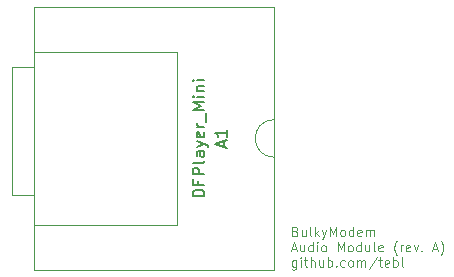
<source format=gto>
G04 #@! TF.GenerationSoftware,KiCad,Pcbnew,8.0.2*
G04 #@! TF.CreationDate,2024-05-19T16:48:41+02:00*
G04 #@! TF.ProjectId,BulkyModem Module Audio,42756c6b-794d-46f6-9465-6d204d6f6475,rev?*
G04 #@! TF.SameCoordinates,Original*
G04 #@! TF.FileFunction,Legend,Top*
G04 #@! TF.FilePolarity,Positive*
%FSLAX46Y46*%
G04 Gerber Fmt 4.6, Leading zero omitted, Abs format (unit mm)*
G04 Created by KiCad (PCBNEW 8.0.2) date 2024-05-19 16:48:41*
%MOMM*%
%LPD*%
G01*
G04 APERTURE LIST*
%ADD10C,0.100000*%
%ADD11C,0.150000*%
%ADD12C,0.120000*%
G04 APERTURE END LIST*
D10*
X143517931Y-122141892D02*
X143632217Y-122179987D01*
X143632217Y-122179987D02*
X143670312Y-122218083D01*
X143670312Y-122218083D02*
X143708408Y-122294273D01*
X143708408Y-122294273D02*
X143708408Y-122408559D01*
X143708408Y-122408559D02*
X143670312Y-122484749D01*
X143670312Y-122484749D02*
X143632217Y-122522845D01*
X143632217Y-122522845D02*
X143556027Y-122560940D01*
X143556027Y-122560940D02*
X143251265Y-122560940D01*
X143251265Y-122560940D02*
X143251265Y-121760940D01*
X143251265Y-121760940D02*
X143517931Y-121760940D01*
X143517931Y-121760940D02*
X143594122Y-121799035D01*
X143594122Y-121799035D02*
X143632217Y-121837130D01*
X143632217Y-121837130D02*
X143670312Y-121913321D01*
X143670312Y-121913321D02*
X143670312Y-121989511D01*
X143670312Y-121989511D02*
X143632217Y-122065702D01*
X143632217Y-122065702D02*
X143594122Y-122103797D01*
X143594122Y-122103797D02*
X143517931Y-122141892D01*
X143517931Y-122141892D02*
X143251265Y-122141892D01*
X144394122Y-122027606D02*
X144394122Y-122560940D01*
X144051265Y-122027606D02*
X144051265Y-122446654D01*
X144051265Y-122446654D02*
X144089360Y-122522845D01*
X144089360Y-122522845D02*
X144165550Y-122560940D01*
X144165550Y-122560940D02*
X144279836Y-122560940D01*
X144279836Y-122560940D02*
X144356027Y-122522845D01*
X144356027Y-122522845D02*
X144394122Y-122484749D01*
X144889360Y-122560940D02*
X144813170Y-122522845D01*
X144813170Y-122522845D02*
X144775075Y-122446654D01*
X144775075Y-122446654D02*
X144775075Y-121760940D01*
X145194123Y-122560940D02*
X145194123Y-121760940D01*
X145270313Y-122256178D02*
X145498885Y-122560940D01*
X145498885Y-122027606D02*
X145194123Y-122332368D01*
X145765551Y-122027606D02*
X145956027Y-122560940D01*
X146146504Y-122027606D02*
X145956027Y-122560940D01*
X145956027Y-122560940D02*
X145879837Y-122751416D01*
X145879837Y-122751416D02*
X145841742Y-122789511D01*
X145841742Y-122789511D02*
X145765551Y-122827606D01*
X146451266Y-122560940D02*
X146451266Y-121760940D01*
X146451266Y-121760940D02*
X146717932Y-122332368D01*
X146717932Y-122332368D02*
X146984599Y-121760940D01*
X146984599Y-121760940D02*
X146984599Y-122560940D01*
X147479837Y-122560940D02*
X147403647Y-122522845D01*
X147403647Y-122522845D02*
X147365552Y-122484749D01*
X147365552Y-122484749D02*
X147327456Y-122408559D01*
X147327456Y-122408559D02*
X147327456Y-122179987D01*
X147327456Y-122179987D02*
X147365552Y-122103797D01*
X147365552Y-122103797D02*
X147403647Y-122065702D01*
X147403647Y-122065702D02*
X147479837Y-122027606D01*
X147479837Y-122027606D02*
X147594123Y-122027606D01*
X147594123Y-122027606D02*
X147670314Y-122065702D01*
X147670314Y-122065702D02*
X147708409Y-122103797D01*
X147708409Y-122103797D02*
X147746504Y-122179987D01*
X147746504Y-122179987D02*
X147746504Y-122408559D01*
X147746504Y-122408559D02*
X147708409Y-122484749D01*
X147708409Y-122484749D02*
X147670314Y-122522845D01*
X147670314Y-122522845D02*
X147594123Y-122560940D01*
X147594123Y-122560940D02*
X147479837Y-122560940D01*
X148432219Y-122560940D02*
X148432219Y-121760940D01*
X148432219Y-122522845D02*
X148356028Y-122560940D01*
X148356028Y-122560940D02*
X148203647Y-122560940D01*
X148203647Y-122560940D02*
X148127457Y-122522845D01*
X148127457Y-122522845D02*
X148089362Y-122484749D01*
X148089362Y-122484749D02*
X148051266Y-122408559D01*
X148051266Y-122408559D02*
X148051266Y-122179987D01*
X148051266Y-122179987D02*
X148089362Y-122103797D01*
X148089362Y-122103797D02*
X148127457Y-122065702D01*
X148127457Y-122065702D02*
X148203647Y-122027606D01*
X148203647Y-122027606D02*
X148356028Y-122027606D01*
X148356028Y-122027606D02*
X148432219Y-122065702D01*
X149117934Y-122522845D02*
X149041743Y-122560940D01*
X149041743Y-122560940D02*
X148889362Y-122560940D01*
X148889362Y-122560940D02*
X148813172Y-122522845D01*
X148813172Y-122522845D02*
X148775076Y-122446654D01*
X148775076Y-122446654D02*
X148775076Y-122141892D01*
X148775076Y-122141892D02*
X148813172Y-122065702D01*
X148813172Y-122065702D02*
X148889362Y-122027606D01*
X148889362Y-122027606D02*
X149041743Y-122027606D01*
X149041743Y-122027606D02*
X149117934Y-122065702D01*
X149117934Y-122065702D02*
X149156029Y-122141892D01*
X149156029Y-122141892D02*
X149156029Y-122218083D01*
X149156029Y-122218083D02*
X148775076Y-122294273D01*
X149498886Y-122560940D02*
X149498886Y-122027606D01*
X149498886Y-122103797D02*
X149536981Y-122065702D01*
X149536981Y-122065702D02*
X149613171Y-122027606D01*
X149613171Y-122027606D02*
X149727457Y-122027606D01*
X149727457Y-122027606D02*
X149803648Y-122065702D01*
X149803648Y-122065702D02*
X149841743Y-122141892D01*
X149841743Y-122141892D02*
X149841743Y-122560940D01*
X149841743Y-122141892D02*
X149879838Y-122065702D01*
X149879838Y-122065702D02*
X149956029Y-122027606D01*
X149956029Y-122027606D02*
X150070314Y-122027606D01*
X150070314Y-122027606D02*
X150146505Y-122065702D01*
X150146505Y-122065702D02*
X150184600Y-122141892D01*
X150184600Y-122141892D02*
X150184600Y-122560940D01*
X143213169Y-123620323D02*
X143594122Y-123620323D01*
X143136979Y-123848895D02*
X143403646Y-123048895D01*
X143403646Y-123048895D02*
X143670312Y-123848895D01*
X144279836Y-123315561D02*
X144279836Y-123848895D01*
X143936979Y-123315561D02*
X143936979Y-123734609D01*
X143936979Y-123734609D02*
X143975074Y-123810800D01*
X143975074Y-123810800D02*
X144051264Y-123848895D01*
X144051264Y-123848895D02*
X144165550Y-123848895D01*
X144165550Y-123848895D02*
X144241741Y-123810800D01*
X144241741Y-123810800D02*
X144279836Y-123772704D01*
X145003646Y-123848895D02*
X145003646Y-123048895D01*
X145003646Y-123810800D02*
X144927455Y-123848895D01*
X144927455Y-123848895D02*
X144775074Y-123848895D01*
X144775074Y-123848895D02*
X144698884Y-123810800D01*
X144698884Y-123810800D02*
X144660789Y-123772704D01*
X144660789Y-123772704D02*
X144622693Y-123696514D01*
X144622693Y-123696514D02*
X144622693Y-123467942D01*
X144622693Y-123467942D02*
X144660789Y-123391752D01*
X144660789Y-123391752D02*
X144698884Y-123353657D01*
X144698884Y-123353657D02*
X144775074Y-123315561D01*
X144775074Y-123315561D02*
X144927455Y-123315561D01*
X144927455Y-123315561D02*
X145003646Y-123353657D01*
X145384599Y-123848895D02*
X145384599Y-123315561D01*
X145384599Y-123048895D02*
X145346503Y-123086990D01*
X145346503Y-123086990D02*
X145384599Y-123125085D01*
X145384599Y-123125085D02*
X145422694Y-123086990D01*
X145422694Y-123086990D02*
X145384599Y-123048895D01*
X145384599Y-123048895D02*
X145384599Y-123125085D01*
X145879836Y-123848895D02*
X145803646Y-123810800D01*
X145803646Y-123810800D02*
X145765551Y-123772704D01*
X145765551Y-123772704D02*
X145727455Y-123696514D01*
X145727455Y-123696514D02*
X145727455Y-123467942D01*
X145727455Y-123467942D02*
X145765551Y-123391752D01*
X145765551Y-123391752D02*
X145803646Y-123353657D01*
X145803646Y-123353657D02*
X145879836Y-123315561D01*
X145879836Y-123315561D02*
X145994122Y-123315561D01*
X145994122Y-123315561D02*
X146070313Y-123353657D01*
X146070313Y-123353657D02*
X146108408Y-123391752D01*
X146108408Y-123391752D02*
X146146503Y-123467942D01*
X146146503Y-123467942D02*
X146146503Y-123696514D01*
X146146503Y-123696514D02*
X146108408Y-123772704D01*
X146108408Y-123772704D02*
X146070313Y-123810800D01*
X146070313Y-123810800D02*
X145994122Y-123848895D01*
X145994122Y-123848895D02*
X145879836Y-123848895D01*
X147098885Y-123848895D02*
X147098885Y-123048895D01*
X147098885Y-123048895D02*
X147365551Y-123620323D01*
X147365551Y-123620323D02*
X147632218Y-123048895D01*
X147632218Y-123048895D02*
X147632218Y-123848895D01*
X148127456Y-123848895D02*
X148051266Y-123810800D01*
X148051266Y-123810800D02*
X148013171Y-123772704D01*
X148013171Y-123772704D02*
X147975075Y-123696514D01*
X147975075Y-123696514D02*
X147975075Y-123467942D01*
X147975075Y-123467942D02*
X148013171Y-123391752D01*
X148013171Y-123391752D02*
X148051266Y-123353657D01*
X148051266Y-123353657D02*
X148127456Y-123315561D01*
X148127456Y-123315561D02*
X148241742Y-123315561D01*
X148241742Y-123315561D02*
X148317933Y-123353657D01*
X148317933Y-123353657D02*
X148356028Y-123391752D01*
X148356028Y-123391752D02*
X148394123Y-123467942D01*
X148394123Y-123467942D02*
X148394123Y-123696514D01*
X148394123Y-123696514D02*
X148356028Y-123772704D01*
X148356028Y-123772704D02*
X148317933Y-123810800D01*
X148317933Y-123810800D02*
X148241742Y-123848895D01*
X148241742Y-123848895D02*
X148127456Y-123848895D01*
X149079838Y-123848895D02*
X149079838Y-123048895D01*
X149079838Y-123810800D02*
X149003647Y-123848895D01*
X149003647Y-123848895D02*
X148851266Y-123848895D01*
X148851266Y-123848895D02*
X148775076Y-123810800D01*
X148775076Y-123810800D02*
X148736981Y-123772704D01*
X148736981Y-123772704D02*
X148698885Y-123696514D01*
X148698885Y-123696514D02*
X148698885Y-123467942D01*
X148698885Y-123467942D02*
X148736981Y-123391752D01*
X148736981Y-123391752D02*
X148775076Y-123353657D01*
X148775076Y-123353657D02*
X148851266Y-123315561D01*
X148851266Y-123315561D02*
X149003647Y-123315561D01*
X149003647Y-123315561D02*
X149079838Y-123353657D01*
X149803648Y-123315561D02*
X149803648Y-123848895D01*
X149460791Y-123315561D02*
X149460791Y-123734609D01*
X149460791Y-123734609D02*
X149498886Y-123810800D01*
X149498886Y-123810800D02*
X149575076Y-123848895D01*
X149575076Y-123848895D02*
X149689362Y-123848895D01*
X149689362Y-123848895D02*
X149765553Y-123810800D01*
X149765553Y-123810800D02*
X149803648Y-123772704D01*
X150298886Y-123848895D02*
X150222696Y-123810800D01*
X150222696Y-123810800D02*
X150184601Y-123734609D01*
X150184601Y-123734609D02*
X150184601Y-123048895D01*
X150908411Y-123810800D02*
X150832220Y-123848895D01*
X150832220Y-123848895D02*
X150679839Y-123848895D01*
X150679839Y-123848895D02*
X150603649Y-123810800D01*
X150603649Y-123810800D02*
X150565553Y-123734609D01*
X150565553Y-123734609D02*
X150565553Y-123429847D01*
X150565553Y-123429847D02*
X150603649Y-123353657D01*
X150603649Y-123353657D02*
X150679839Y-123315561D01*
X150679839Y-123315561D02*
X150832220Y-123315561D01*
X150832220Y-123315561D02*
X150908411Y-123353657D01*
X150908411Y-123353657D02*
X150946506Y-123429847D01*
X150946506Y-123429847D02*
X150946506Y-123506038D01*
X150946506Y-123506038D02*
X150565553Y-123582228D01*
X152127458Y-124153657D02*
X152089363Y-124115561D01*
X152089363Y-124115561D02*
X152013172Y-124001276D01*
X152013172Y-124001276D02*
X151975077Y-123925085D01*
X151975077Y-123925085D02*
X151936982Y-123810800D01*
X151936982Y-123810800D02*
X151898887Y-123620323D01*
X151898887Y-123620323D02*
X151898887Y-123467942D01*
X151898887Y-123467942D02*
X151936982Y-123277466D01*
X151936982Y-123277466D02*
X151975077Y-123163180D01*
X151975077Y-123163180D02*
X152013172Y-123086990D01*
X152013172Y-123086990D02*
X152089363Y-122972704D01*
X152089363Y-122972704D02*
X152127458Y-122934609D01*
X152432220Y-123848895D02*
X152432220Y-123315561D01*
X152432220Y-123467942D02*
X152470315Y-123391752D01*
X152470315Y-123391752D02*
X152508410Y-123353657D01*
X152508410Y-123353657D02*
X152584601Y-123315561D01*
X152584601Y-123315561D02*
X152660791Y-123315561D01*
X153232220Y-123810800D02*
X153156029Y-123848895D01*
X153156029Y-123848895D02*
X153003648Y-123848895D01*
X153003648Y-123848895D02*
X152927458Y-123810800D01*
X152927458Y-123810800D02*
X152889362Y-123734609D01*
X152889362Y-123734609D02*
X152889362Y-123429847D01*
X152889362Y-123429847D02*
X152927458Y-123353657D01*
X152927458Y-123353657D02*
X153003648Y-123315561D01*
X153003648Y-123315561D02*
X153156029Y-123315561D01*
X153156029Y-123315561D02*
X153232220Y-123353657D01*
X153232220Y-123353657D02*
X153270315Y-123429847D01*
X153270315Y-123429847D02*
X153270315Y-123506038D01*
X153270315Y-123506038D02*
X152889362Y-123582228D01*
X153536981Y-123315561D02*
X153727457Y-123848895D01*
X153727457Y-123848895D02*
X153917934Y-123315561D01*
X154222696Y-123772704D02*
X154260791Y-123810800D01*
X154260791Y-123810800D02*
X154222696Y-123848895D01*
X154222696Y-123848895D02*
X154184600Y-123810800D01*
X154184600Y-123810800D02*
X154222696Y-123772704D01*
X154222696Y-123772704D02*
X154222696Y-123848895D01*
X155175076Y-123620323D02*
X155556029Y-123620323D01*
X155098886Y-123848895D02*
X155365553Y-123048895D01*
X155365553Y-123048895D02*
X155632219Y-123848895D01*
X155822695Y-124153657D02*
X155860790Y-124115561D01*
X155860790Y-124115561D02*
X155936981Y-124001276D01*
X155936981Y-124001276D02*
X155975076Y-123925085D01*
X155975076Y-123925085D02*
X156013171Y-123810800D01*
X156013171Y-123810800D02*
X156051267Y-123620323D01*
X156051267Y-123620323D02*
X156051267Y-123467942D01*
X156051267Y-123467942D02*
X156013171Y-123277466D01*
X156013171Y-123277466D02*
X155975076Y-123163180D01*
X155975076Y-123163180D02*
X155936981Y-123086990D01*
X155936981Y-123086990D02*
X155860790Y-122972704D01*
X155860790Y-122972704D02*
X155822695Y-122934609D01*
X143594122Y-124603516D02*
X143594122Y-125251135D01*
X143594122Y-125251135D02*
X143556027Y-125327326D01*
X143556027Y-125327326D02*
X143517931Y-125365421D01*
X143517931Y-125365421D02*
X143441741Y-125403516D01*
X143441741Y-125403516D02*
X143327455Y-125403516D01*
X143327455Y-125403516D02*
X143251265Y-125365421D01*
X143594122Y-125098755D02*
X143517931Y-125136850D01*
X143517931Y-125136850D02*
X143365550Y-125136850D01*
X143365550Y-125136850D02*
X143289360Y-125098755D01*
X143289360Y-125098755D02*
X143251265Y-125060659D01*
X143251265Y-125060659D02*
X143213169Y-124984469D01*
X143213169Y-124984469D02*
X143213169Y-124755897D01*
X143213169Y-124755897D02*
X143251265Y-124679707D01*
X143251265Y-124679707D02*
X143289360Y-124641612D01*
X143289360Y-124641612D02*
X143365550Y-124603516D01*
X143365550Y-124603516D02*
X143517931Y-124603516D01*
X143517931Y-124603516D02*
X143594122Y-124641612D01*
X143975075Y-125136850D02*
X143975075Y-124603516D01*
X143975075Y-124336850D02*
X143936979Y-124374945D01*
X143936979Y-124374945D02*
X143975075Y-124413040D01*
X143975075Y-124413040D02*
X144013170Y-124374945D01*
X144013170Y-124374945D02*
X143975075Y-124336850D01*
X143975075Y-124336850D02*
X143975075Y-124413040D01*
X144241741Y-124603516D02*
X144546503Y-124603516D01*
X144356027Y-124336850D02*
X144356027Y-125022564D01*
X144356027Y-125022564D02*
X144394122Y-125098755D01*
X144394122Y-125098755D02*
X144470312Y-125136850D01*
X144470312Y-125136850D02*
X144546503Y-125136850D01*
X144813170Y-125136850D02*
X144813170Y-124336850D01*
X145156027Y-125136850D02*
X145156027Y-124717802D01*
X145156027Y-124717802D02*
X145117932Y-124641612D01*
X145117932Y-124641612D02*
X145041741Y-124603516D01*
X145041741Y-124603516D02*
X144927455Y-124603516D01*
X144927455Y-124603516D02*
X144851265Y-124641612D01*
X144851265Y-124641612D02*
X144813170Y-124679707D01*
X145879837Y-124603516D02*
X145879837Y-125136850D01*
X145536980Y-124603516D02*
X145536980Y-125022564D01*
X145536980Y-125022564D02*
X145575075Y-125098755D01*
X145575075Y-125098755D02*
X145651265Y-125136850D01*
X145651265Y-125136850D02*
X145765551Y-125136850D01*
X145765551Y-125136850D02*
X145841742Y-125098755D01*
X145841742Y-125098755D02*
X145879837Y-125060659D01*
X146260790Y-125136850D02*
X146260790Y-124336850D01*
X146260790Y-124641612D02*
X146336980Y-124603516D01*
X146336980Y-124603516D02*
X146489361Y-124603516D01*
X146489361Y-124603516D02*
X146565552Y-124641612D01*
X146565552Y-124641612D02*
X146603647Y-124679707D01*
X146603647Y-124679707D02*
X146641742Y-124755897D01*
X146641742Y-124755897D02*
X146641742Y-124984469D01*
X146641742Y-124984469D02*
X146603647Y-125060659D01*
X146603647Y-125060659D02*
X146565552Y-125098755D01*
X146565552Y-125098755D02*
X146489361Y-125136850D01*
X146489361Y-125136850D02*
X146336980Y-125136850D01*
X146336980Y-125136850D02*
X146260790Y-125098755D01*
X146984600Y-125060659D02*
X147022695Y-125098755D01*
X147022695Y-125098755D02*
X146984600Y-125136850D01*
X146984600Y-125136850D02*
X146946504Y-125098755D01*
X146946504Y-125098755D02*
X146984600Y-125060659D01*
X146984600Y-125060659D02*
X146984600Y-125136850D01*
X147708409Y-125098755D02*
X147632218Y-125136850D01*
X147632218Y-125136850D02*
X147479837Y-125136850D01*
X147479837Y-125136850D02*
X147403647Y-125098755D01*
X147403647Y-125098755D02*
X147365552Y-125060659D01*
X147365552Y-125060659D02*
X147327456Y-124984469D01*
X147327456Y-124984469D02*
X147327456Y-124755897D01*
X147327456Y-124755897D02*
X147365552Y-124679707D01*
X147365552Y-124679707D02*
X147403647Y-124641612D01*
X147403647Y-124641612D02*
X147479837Y-124603516D01*
X147479837Y-124603516D02*
X147632218Y-124603516D01*
X147632218Y-124603516D02*
X147708409Y-124641612D01*
X148165551Y-125136850D02*
X148089361Y-125098755D01*
X148089361Y-125098755D02*
X148051266Y-125060659D01*
X148051266Y-125060659D02*
X148013170Y-124984469D01*
X148013170Y-124984469D02*
X148013170Y-124755897D01*
X148013170Y-124755897D02*
X148051266Y-124679707D01*
X148051266Y-124679707D02*
X148089361Y-124641612D01*
X148089361Y-124641612D02*
X148165551Y-124603516D01*
X148165551Y-124603516D02*
X148279837Y-124603516D01*
X148279837Y-124603516D02*
X148356028Y-124641612D01*
X148356028Y-124641612D02*
X148394123Y-124679707D01*
X148394123Y-124679707D02*
X148432218Y-124755897D01*
X148432218Y-124755897D02*
X148432218Y-124984469D01*
X148432218Y-124984469D02*
X148394123Y-125060659D01*
X148394123Y-125060659D02*
X148356028Y-125098755D01*
X148356028Y-125098755D02*
X148279837Y-125136850D01*
X148279837Y-125136850D02*
X148165551Y-125136850D01*
X148775076Y-125136850D02*
X148775076Y-124603516D01*
X148775076Y-124679707D02*
X148813171Y-124641612D01*
X148813171Y-124641612D02*
X148889361Y-124603516D01*
X148889361Y-124603516D02*
X149003647Y-124603516D01*
X149003647Y-124603516D02*
X149079838Y-124641612D01*
X149079838Y-124641612D02*
X149117933Y-124717802D01*
X149117933Y-124717802D02*
X149117933Y-125136850D01*
X149117933Y-124717802D02*
X149156028Y-124641612D01*
X149156028Y-124641612D02*
X149232219Y-124603516D01*
X149232219Y-124603516D02*
X149346504Y-124603516D01*
X149346504Y-124603516D02*
X149422695Y-124641612D01*
X149422695Y-124641612D02*
X149460790Y-124717802D01*
X149460790Y-124717802D02*
X149460790Y-125136850D01*
X150413171Y-124298755D02*
X149727457Y-125327326D01*
X150565552Y-124603516D02*
X150870314Y-124603516D01*
X150679838Y-124336850D02*
X150679838Y-125022564D01*
X150679838Y-125022564D02*
X150717933Y-125098755D01*
X150717933Y-125098755D02*
X150794123Y-125136850D01*
X150794123Y-125136850D02*
X150870314Y-125136850D01*
X151441743Y-125098755D02*
X151365552Y-125136850D01*
X151365552Y-125136850D02*
X151213171Y-125136850D01*
X151213171Y-125136850D02*
X151136981Y-125098755D01*
X151136981Y-125098755D02*
X151098885Y-125022564D01*
X151098885Y-125022564D02*
X151098885Y-124717802D01*
X151098885Y-124717802D02*
X151136981Y-124641612D01*
X151136981Y-124641612D02*
X151213171Y-124603516D01*
X151213171Y-124603516D02*
X151365552Y-124603516D01*
X151365552Y-124603516D02*
X151441743Y-124641612D01*
X151441743Y-124641612D02*
X151479838Y-124717802D01*
X151479838Y-124717802D02*
X151479838Y-124793993D01*
X151479838Y-124793993D02*
X151098885Y-124870183D01*
X151822695Y-125136850D02*
X151822695Y-124336850D01*
X151822695Y-124641612D02*
X151898885Y-124603516D01*
X151898885Y-124603516D02*
X152051266Y-124603516D01*
X152051266Y-124603516D02*
X152127457Y-124641612D01*
X152127457Y-124641612D02*
X152165552Y-124679707D01*
X152165552Y-124679707D02*
X152203647Y-124755897D01*
X152203647Y-124755897D02*
X152203647Y-124984469D01*
X152203647Y-124984469D02*
X152165552Y-125060659D01*
X152165552Y-125060659D02*
X152127457Y-125098755D01*
X152127457Y-125098755D02*
X152051266Y-125136850D01*
X152051266Y-125136850D02*
X151898885Y-125136850D01*
X151898885Y-125136850D02*
X151822695Y-125098755D01*
X152660790Y-125136850D02*
X152584600Y-125098755D01*
X152584600Y-125098755D02*
X152546505Y-125022564D01*
X152546505Y-125022564D02*
X152546505Y-124336850D01*
D11*
X137449104Y-114990785D02*
X137449104Y-114514595D01*
X137734819Y-115086023D02*
X136734819Y-114752690D01*
X136734819Y-114752690D02*
X137734819Y-114419357D01*
X137734819Y-113562214D02*
X137734819Y-114133642D01*
X137734819Y-113847928D02*
X136734819Y-113847928D01*
X136734819Y-113847928D02*
X136877676Y-113943166D01*
X136877676Y-113943166D02*
X136972914Y-114038404D01*
X136972914Y-114038404D02*
X137020533Y-114133642D01*
X135829819Y-119181261D02*
X134829819Y-119181261D01*
X134829819Y-119181261D02*
X134829819Y-118943166D01*
X134829819Y-118943166D02*
X134877438Y-118800309D01*
X134877438Y-118800309D02*
X134972676Y-118705071D01*
X134972676Y-118705071D02*
X135067914Y-118657452D01*
X135067914Y-118657452D02*
X135258390Y-118609833D01*
X135258390Y-118609833D02*
X135401247Y-118609833D01*
X135401247Y-118609833D02*
X135591723Y-118657452D01*
X135591723Y-118657452D02*
X135686961Y-118705071D01*
X135686961Y-118705071D02*
X135782200Y-118800309D01*
X135782200Y-118800309D02*
X135829819Y-118943166D01*
X135829819Y-118943166D02*
X135829819Y-119181261D01*
X135306009Y-117847928D02*
X135306009Y-118181261D01*
X135829819Y-118181261D02*
X134829819Y-118181261D01*
X134829819Y-118181261D02*
X134829819Y-117705071D01*
X135829819Y-117324118D02*
X134829819Y-117324118D01*
X134829819Y-117324118D02*
X134829819Y-116943166D01*
X134829819Y-116943166D02*
X134877438Y-116847928D01*
X134877438Y-116847928D02*
X134925057Y-116800309D01*
X134925057Y-116800309D02*
X135020295Y-116752690D01*
X135020295Y-116752690D02*
X135163152Y-116752690D01*
X135163152Y-116752690D02*
X135258390Y-116800309D01*
X135258390Y-116800309D02*
X135306009Y-116847928D01*
X135306009Y-116847928D02*
X135353628Y-116943166D01*
X135353628Y-116943166D02*
X135353628Y-117324118D01*
X135829819Y-116181261D02*
X135782200Y-116276499D01*
X135782200Y-116276499D02*
X135686961Y-116324118D01*
X135686961Y-116324118D02*
X134829819Y-116324118D01*
X135829819Y-115371737D02*
X135306009Y-115371737D01*
X135306009Y-115371737D02*
X135210771Y-115419356D01*
X135210771Y-115419356D02*
X135163152Y-115514594D01*
X135163152Y-115514594D02*
X135163152Y-115705070D01*
X135163152Y-115705070D02*
X135210771Y-115800308D01*
X135782200Y-115371737D02*
X135829819Y-115466975D01*
X135829819Y-115466975D02*
X135829819Y-115705070D01*
X135829819Y-115705070D02*
X135782200Y-115800308D01*
X135782200Y-115800308D02*
X135686961Y-115847927D01*
X135686961Y-115847927D02*
X135591723Y-115847927D01*
X135591723Y-115847927D02*
X135496485Y-115800308D01*
X135496485Y-115800308D02*
X135448866Y-115705070D01*
X135448866Y-115705070D02*
X135448866Y-115466975D01*
X135448866Y-115466975D02*
X135401247Y-115371737D01*
X135163152Y-114990784D02*
X135829819Y-114752689D01*
X135163152Y-114514594D02*
X135829819Y-114752689D01*
X135829819Y-114752689D02*
X136067914Y-114847927D01*
X136067914Y-114847927D02*
X136115533Y-114895546D01*
X136115533Y-114895546D02*
X136163152Y-114990784D01*
X135782200Y-113752689D02*
X135829819Y-113847927D01*
X135829819Y-113847927D02*
X135829819Y-114038403D01*
X135829819Y-114038403D02*
X135782200Y-114133641D01*
X135782200Y-114133641D02*
X135686961Y-114181260D01*
X135686961Y-114181260D02*
X135306009Y-114181260D01*
X135306009Y-114181260D02*
X135210771Y-114133641D01*
X135210771Y-114133641D02*
X135163152Y-114038403D01*
X135163152Y-114038403D02*
X135163152Y-113847927D01*
X135163152Y-113847927D02*
X135210771Y-113752689D01*
X135210771Y-113752689D02*
X135306009Y-113705070D01*
X135306009Y-113705070D02*
X135401247Y-113705070D01*
X135401247Y-113705070D02*
X135496485Y-114181260D01*
X135829819Y-113276498D02*
X135163152Y-113276498D01*
X135353628Y-113276498D02*
X135258390Y-113228879D01*
X135258390Y-113228879D02*
X135210771Y-113181260D01*
X135210771Y-113181260D02*
X135163152Y-113086022D01*
X135163152Y-113086022D02*
X135163152Y-112990784D01*
X135925057Y-112895546D02*
X135925057Y-112133641D01*
X135829819Y-111895545D02*
X134829819Y-111895545D01*
X134829819Y-111895545D02*
X135544104Y-111562212D01*
X135544104Y-111562212D02*
X134829819Y-111228879D01*
X134829819Y-111228879D02*
X135829819Y-111228879D01*
X135829819Y-110752688D02*
X135163152Y-110752688D01*
X134829819Y-110752688D02*
X134877438Y-110800307D01*
X134877438Y-110800307D02*
X134925057Y-110752688D01*
X134925057Y-110752688D02*
X134877438Y-110705069D01*
X134877438Y-110705069D02*
X134829819Y-110752688D01*
X134829819Y-110752688D02*
X134925057Y-110752688D01*
X135163152Y-110276498D02*
X135829819Y-110276498D01*
X135258390Y-110276498D02*
X135210771Y-110228879D01*
X135210771Y-110228879D02*
X135163152Y-110133641D01*
X135163152Y-110133641D02*
X135163152Y-109990784D01*
X135163152Y-109990784D02*
X135210771Y-109895546D01*
X135210771Y-109895546D02*
X135306009Y-109847927D01*
X135306009Y-109847927D02*
X135829819Y-109847927D01*
X135829819Y-109371736D02*
X135163152Y-109371736D01*
X134829819Y-109371736D02*
X134877438Y-109419355D01*
X134877438Y-109419355D02*
X134925057Y-109371736D01*
X134925057Y-109371736D02*
X134877438Y-109324117D01*
X134877438Y-109324117D02*
X134829819Y-109371736D01*
X134829819Y-109371736D02*
X134925057Y-109371736D01*
D12*
X119500000Y-108244000D02*
X121405000Y-108244000D01*
X119500000Y-119039000D02*
X119500000Y-108244000D01*
X121405000Y-103164000D02*
X121405000Y-113959000D01*
X121405000Y-106974000D02*
X133470000Y-106974000D01*
X121405000Y-119039000D02*
X119500000Y-119039000D01*
X121405000Y-125389000D02*
X121405000Y-113959000D01*
X121405000Y-125389000D02*
X141725000Y-125389000D01*
X133470000Y-106974000D02*
X133470000Y-121579000D01*
X133470000Y-121579000D02*
X121405000Y-121579000D01*
X141725000Y-103164000D02*
X121405000Y-103164000D01*
X141725000Y-125389000D02*
X141725000Y-103164000D01*
X141725000Y-115864000D02*
G75*
G02*
X141725000Y-112689000I0J1587500D01*
G01*
M02*

</source>
